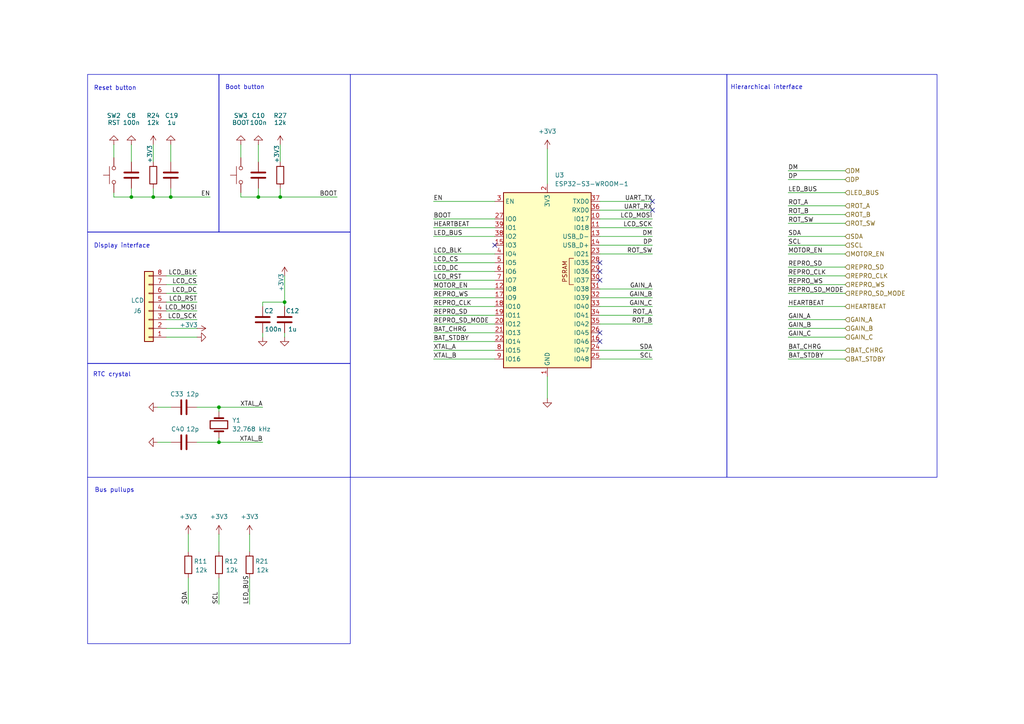
<source format=kicad_sch>
(kicad_sch (version 20250114) (generator "eeschema") (generator_version "9.0")
  (paper "A4")
  (title_block (title "Dummy button") (date "2025-04-23") (rev "v0.1"))
  (lib_symbols
    (symbol "+3V3_1" (power) (pin_numbers (hide yes)) (pin_names (offset 0) (hide yes))
      (property "Value" "+3V3" (at 0 3.556 0))
      (symbol "+3V3_1_0_1"
        (polyline (pts (xy -0.762 1.27) (xy 0 2.54)))
        (polyline (pts (xy 0 2.54) (xy 0.762 1.27)))
        (polyline (pts (xy 0 0) (xy 0 2.54)))
      )
      (symbol "+3V3_1_1_1"
        (pin power_in line (at 0 0 90) (length 0) (name "~") (number "1"))
      )
    )
    (symbol "Connector_Generic:Conn_01x08" (pin_names (offset 1.016) (hide yes))
      (property "Reference" "J" (at 0 10.16 0))
      (property "Value" "Conn_01x08" (at 0 -12.7 0))
      (symbol "Conn_01x08_1_1"
        (rectangle (start -1.27 8.89) (end 1.27 -11.43) (stroke (width 0.254)) (fill (type background)))
        (rectangle (start -1.27 7.747) (end 0 7.493) (stroke (width 0.1524)))
        (rectangle (start -1.27 5.207) (end 0 4.953) (stroke (width 0.1524)))
        (rectangle (start -1.27 2.667) (end 0 2.413) (stroke (width 0.1524)))
        (rectangle (start -1.27 0.127) (end 0 -0.127) (stroke (width 0.1524)))
        (rectangle (start -1.27 -2.413) (end 0 -2.667) (stroke (width 0.1524)))
        (rectangle (start -1.27 -4.953) (end 0 -5.207) (stroke (width 0.1524)))
        (rectangle (start -1.27 -7.493) (end 0 -7.747) (stroke (width 0.1524)))
        (rectangle (start -1.27 -10.033) (end 0 -10.287) (stroke (width 0.1524)))
        (pin passive line (at -5.08 7.62 0) (length 3.81) (name "Pin_1") (number "1"))
        (pin passive line (at -5.08 5.08 0) (length 3.81) (name "Pin_2") (number "2"))
        (pin passive line (at -5.08 2.54 0) (length 3.81) (name "Pin_3") (number "3"))
        (pin passive line (at -5.08 0 0) (length 3.81) (name "Pin_4") (number "4"))
        (pin passive line (at -5.08 -2.54 0) (length 3.81) (name "Pin_5") (number "5"))
        (pin passive line (at -5.08 -5.08 0) (length 3.81) (name "Pin_6") (number "6"))
        (pin passive line (at -5.08 -7.62 0) (length 3.81) (name "Pin_7") (number "7"))
        (pin passive line (at -5.08 -10.16 0) (length 3.81) (name "Pin_8") (number "8"))
      )
    )
    (symbol "Device:C" (pin_numbers (hide yes)) (pin_names (offset 0.254))
      (property "Reference" "C" (at 0.635 2.54 0))
      (property "Value" "C" (at 0.635 -2.54 0))
      (symbol "C_0_1"
        (polyline (pts (xy -2.032 0.762) (xy 2.032 0.762)) (stroke (width 0.508)))
        (polyline (pts (xy -2.032 -0.762) (xy 2.032 -0.762)) (stroke (width 0.508)))
      )
      (symbol "C_1_1"
        (pin passive line (at 0 3.81 270) (length 2.794) (name "~") (number "1"))
        (pin passive line (at 0 -3.81 90) (length 2.794) (name "~") (number "2"))
      )
    )
    (symbol "Device:Crystal" (pin_numbers (hide yes)) (pin_names (offset 1.016) (hide yes))
      (property "Reference" "Y" (at 0 3.81 0))
      (property "Value" "Crystal" (at 0 -3.81 0))
      (symbol "Crystal_0_1"
        (polyline (pts (xy -2.54 0) (xy -1.905 0)))
        (polyline (pts (xy -1.905 -1.27) (xy -1.905 1.27)) (stroke (width 0.508)))
        (rectangle (start -1.143 2.54) (end 1.143 -2.54) (stroke (width 0.3048)))
        (polyline (pts (xy 1.905 -1.27) (xy 1.905 1.27)) (stroke (width 0.508)))
        (polyline (pts (xy 2.54 0) (xy 1.905 0)))
      )
      (symbol "Crystal_1_1"
        (pin passive line (at -3.81 0 0) (length 1.27) (name "1") (number "1"))
        (pin passive line (at 3.81 0 180) (length 1.27) (name "2") (number "2"))
      )
    )
    (symbol "Device:R" (pin_numbers (hide yes)) (pin_names (offset 0))
      (property "Reference" "R" (at 2.032 0 90))
      (property "Value" "R" (at 0 0 90))
      (symbol "R_0_1"
        (rectangle (start -1.016 -2.54) (end 1.016 2.54) (stroke (width 0.254)))
      )
      (symbol "R_1_1"
        (pin passive line (at 0 3.81 270) (length 1.27) (name "~") (number "1"))
        (pin passive line (at 0 -3.81 90) (length 1.27) (name "~") (number "2"))
      )
    )
    (symbol "GND_1" (power) (pin_numbers (hide yes)) (pin_names (offset 0) (hide yes))
      (property "Value" "GND" (at 0 -3.81 0))
      (symbol "GND_1_0_1"
        (polyline (pts (xy 0 0) (xy 0 -1.27) (xy 1.27 -1.27) (xy 0 -2.54) (xy -1.27 -1.27) (xy 0 -1.27)))
      )
      (symbol "GND_1_1_1"
        (pin power_in line (at 0 0 270) (length 0) (name "~") (number "1"))
      )
    )
    (symbol "RF_Module:ESP32-S3-WROOM-1"
      (property "Reference" "U" (at -12.7 26.67 0))
      (property "Value" "ESP32-S3-WROOM-1" (at 12.7 26.67 0))
      (symbol "ESP32-S3-WROOM-1_0_0"
        (rectangle (start -12.7 25.4) (end 12.7 -25.4) (stroke (width 0.254)) (fill (type background)))
        (text "PSRAM" (at 5.08 2.54 900) (effects (font (size 1.27 1.27))))
      )
      (symbol "ESP32-S3-WROOM-1_0_1"
        (polyline (pts (xy 7.62 -1.27) (xy 6.35 -1.27) (xy 6.35 6.35) (xy 7.62 6.35)))
      )
      (symbol "ESP32-S3-WROOM-1_1_1"
        (pin input line (at -15.24 22.86 0) (length 2.54) (name "EN") (number "3"))
        (pin bidirectional line (at -15.24 17.78 0) (length 2.54) (name "IO0") (number "27"))
        (pin bidirectional line (at -15.24 15.24 0) (length 2.54) (name "IO1") (number "39"))
        (pin bidirectional line (at -15.24 12.7 0) (length 2.54) (name "IO2") (number "38"))
        (pin bidirectional line (at -15.24 10.16 0) (length 2.54) (name "IO3") (number "15"))
        (pin bidirectional line (at -15.24 7.62 0) (length 2.54) (name "IO4") (number "4"))
        (pin bidirectional line (at -15.24 5.08 0) (length 2.54) (name "IO5") (number "5"))
        (pin bidirectional line (at -15.24 2.54 0) (length 2.54) (name "IO6") (number "6"))
        (pin bidirectional line (at -15.24 0 0) (length 2.54) (name "IO7") (number "7"))
        (pin bidirectional line (at -15.24 -2.54 0) (length 2.54) (name "IO8") (number "12"))
        (pin bidirectional line (at -15.24 -5.08 0) (length 2.54) (name "IO9") (number "17"))
        (pin bidirectional line (at -15.24 -7.62 0) (length 2.54) (name "IO10") (number "18"))
        (pin bidirectional line (at -15.24 -10.16 0) (length 2.54) (name "IO11") (number "19"))
        (pin bidirectional line (at -15.24 -12.7 0) (length 2.54) (name "IO12") (number "20"))
        (pin bidirectional line (at -15.24 -15.24 0) (length 2.54) (name "IO13") (number "21"))
        (pin bidirectional line (at -15.24 -17.78 0) (length 2.54) (name "IO14") (number "22"))
        (pin bidirectional line (at -15.24 -20.32 0) (length 2.54) (name "IO15") (number "8"))
        (pin bidirectional line (at -15.24 -22.86 0) (length 2.54) (name "IO16") (number "9"))
        (pin power_in line (at 0 27.94 270) (length 2.54) (name "3V3") (number "2"))
        (pin power_in line (at 0 -27.94 90) (length 2.54) (name "GND") (number "1"))
        (pin passive line (at 0 -27.94 90) (length 2.54) (hide yes) (name "GND") (number "40"))
        (pin passive line (at 0 -27.94 90) (length 2.54) (hide yes) (name "GND") (number "41"))
        (pin bidirectional line (at 15.24 22.86 180) (length 2.54) (name "TXD0") (number "37"))
        (pin bidirectional line (at 15.24 20.32 180) (length 2.54) (name "RXD0") (number "36"))
        (pin bidirectional line (at 15.24 17.78 180) (length 2.54) (name "IO17") (number "10"))
        (pin bidirectional line (at 15.24 15.24 180) (length 2.54) (name "IO18") (number "11"))
        (pin bidirectional line (at 15.24 12.7 180) (length 2.54) (name "USB_D-") (number "13"))
        (pin bidirectional line (at 15.24 10.16 180) (length 2.54) (name "USB_D+") (number "14"))
        (pin bidirectional line (at 15.24 7.62 180) (length 2.54) (name "IO21") (number "23"))
        (pin bidirectional line (at 15.24 5.08 180) (length 2.54) (name "IO35") (number "28"))
        (pin bidirectional line (at 15.24 2.54 180) (length 2.54) (name "IO36") (number "29"))
        (pin bidirectional line (at 15.24 0 180) (length 2.54) (name "IO37") (number "30"))
        (pin bidirectional line (at 15.24 -2.54 180) (length 2.54) (name "IO38") (number "31"))
        (pin bidirectional line (at 15.24 -5.08 180) (length 2.54) (name "IO39") (number "32"))
        (pin bidirectional line (at 15.24 -7.62 180) (length 2.54) (name "IO40") (number "33"))
        (pin bidirectional line (at 15.24 -10.16 180) (length 2.54) (name "IO41") (number "34"))
        (pin bidirectional line (at 15.24 -12.7 180) (length 2.54) (name "IO42") (number "35"))
        (pin bidirectional line (at 15.24 -15.24 180) (length 2.54) (name "IO45") (number "26"))
        (pin bidirectional line (at 15.24 -17.78 180) (length 2.54) (name "IO46") (number "16"))
        (pin bidirectional line (at 15.24 -20.32 180) (length 2.54) (name "IO47") (number "24"))
        (pin bidirectional line (at 15.24 -22.86 180) (length 2.54) (name "IO48") (number "25"))
      )
    )
    (symbol "Switch:SW_Push" (pin_numbers (hide yes)) (pin_names (offset 1.016) (hide yes))
      (property "Reference" "SW" (at 1.27 2.54 0))
      (property "Value" "SW_Push" (at 0 -1.524 0))
      (symbol "SW_Push_0_1"
        (circle (center -2.032 0) (radius 0.508))
        (polyline (pts (xy 0 1.27) (xy 0 3.048)))
        (circle (center 2.032 0) (radius 0.508))
        (polyline (pts (xy 2.54 1.27) (xy -2.54 1.27)))
        (pin passive line (at -5.08 0 0) (length 2.54) (name "1") (number "1"))
        (pin passive line (at 5.08 0 180) (length 2.54) (name "2") (number "2"))
      )
    )
  )
  (rectangle (start 63.5 21.59) (end 101.6 67.31))
  (rectangle (start 25.4 138.43) (end 101.6 186.69))
  (rectangle (start 25.4 21.59) (end 63.5 67.31))
  (rectangle (start 210.82 21.59) (end 271.78 138.43))
  (rectangle (start 25.4 67.31) (end 101.6 105.41))
  (rectangle (start 101.6 21.59) (end 210.82 138.43))
  (rectangle (start 25.4 105.41) (end 101.6 138.43))
  (text "RTC crystal" (at 26.924 108.712 0) (effects (font (size 1.27 1.27)) (justify left)))
  (text "Reset button" (at 27.178 25.654 0) (effects (font (size 1.27 1.27)) (justify left)))
  (text "Bus pullups" (at 27.432 142.24 0) (effects (font (size 1.27 1.27)) (justify left)))
  (text "Display interface" (at 27.178 71.374 0) (effects (font (size 1.27 1.27)) (justify left)))
  (text "Boot button" (at 65.278 25.4 0) (effects (font (size 1.27 1.27)) (justify left)))
  (text "Hierarchical interface" (at 211.836 25.4 0) (effects (font (size 1.27 1.27)) (justify left)))
  (junction (at 44.45 57.15))
  (junction (at 38.1 57.15))
  (junction (at 81.28 57.15))
  (junction (at 63.5 128.27))
  (junction (at 63.5 118.11))
  (junction (at 82.55 87.63))
  (junction (at 49.53 57.15))
  (junction (at 74.93 57.15))
  (no_connect (at 189.23 58.42))
  (no_connect (at 143.51 71.12))
  (no_connect (at 173.99 81.28))
  (no_connect (at 173.99 78.74))
  (no_connect (at 173.99 96.52))
  (no_connect (at 173.99 76.2))
  (no_connect (at 173.99 99.06))
  (no_connect (at 189.23 60.96))
  (wire (pts (xy 125.73 99.06) (xy 143.51 99.06)))
  (wire (pts (xy 33.02 41.91) (xy 33.02 45.72)))
  (wire (pts (xy 48.26 97.79) (xy 57.15 97.79)))
  (wire (pts (xy 158.75 109.22) (xy 158.75 115.57)))
  (wire (pts (xy 228.6 68.58) (xy 245.11 68.58)))
  (wire (pts (xy 173.99 83.82) (xy 189.23 83.82)))
  (wire (pts (xy 63.5 154.94) (xy 63.5 160.02)))
  (wire (pts (xy 228.6 77.47) (xy 245.11 77.47)))
  (wire (pts (xy 228.6 64.77) (xy 245.11 64.77)))
  (wire (pts (xy 125.73 73.66) (xy 143.51 73.66)))
  (wire (pts (xy 125.73 63.5) (xy 143.51 63.5)))
  (wire (pts (xy 228.6 59.69) (xy 245.11 59.69)))
  (wire (pts (xy 228.6 73.66) (xy 245.11 73.66)))
  (wire (pts (xy 74.93 54.61) (xy 74.93 57.15)))
  (wire (pts (xy 63.5 167.64) (xy 63.5 175.26)))
  (wire (pts (xy 189.23 63.5) (xy 173.99 63.5)))
  (wire (pts (xy 33.02 57.15) (xy 38.1 57.15)))
  (wire (pts (xy 228.6 82.55) (xy 245.11 82.55)))
  (wire (pts (xy 38.1 57.15) (xy 44.45 57.15)))
  (wire (pts (xy 76.2 87.63) (xy 76.2 88.9)))
  (wire (pts (xy 76.2 97.79) (xy 76.2 96.52)))
  (wire (pts (xy 173.99 101.6) (xy 189.23 101.6)))
  (wire (pts (xy 173.99 93.98) (xy 189.23 93.98)))
  (wire (pts (xy 45.72 118.11) (xy 49.53 118.11)))
  (wire (pts (xy 44.45 46.99) (xy 44.45 41.91)))
  (wire (pts (xy 173.99 58.42) (xy 189.23 58.42)))
  (wire (pts (xy 48.26 80.01) (xy 57.15 80.01)))
  (wire (pts (xy 228.6 92.71) (xy 245.11 92.71)))
  (wire (pts (xy 81.28 57.15) (xy 97.79 57.15)))
  (wire (pts (xy 228.6 80.01) (xy 245.11 80.01)))
  (wire (pts (xy 69.85 57.15) (xy 74.93 57.15)))
  (wire (pts (xy 228.6 85.09) (xy 245.11 85.09)))
  (wire (pts (xy 228.6 95.25) (xy 245.11 95.25)))
  (wire (pts (xy 173.99 68.58) (xy 189.23 68.58)))
  (wire (pts (xy 45.72 128.27) (xy 49.53 128.27)))
  (wire (pts (xy 228.6 97.79) (xy 245.11 97.79)))
  (wire (pts (xy 49.53 57.15) (xy 60.96 57.15)))
  (wire (pts (xy 125.73 68.58) (xy 143.51 68.58)))
  (wire (pts (xy 82.55 96.52) (xy 82.55 97.79)))
  (wire (pts (xy 72.39 167.64) (xy 72.39 175.26)))
  (wire (pts (xy 173.99 104.14) (xy 189.23 104.14)))
  (wire (pts (xy 76.2 87.63) (xy 82.55 87.63)))
  (wire (pts (xy 173.99 86.36) (xy 189.23 86.36)))
  (wire (pts (xy 69.85 55.88) (xy 69.85 57.15)))
  (wire (pts (xy 125.73 81.28) (xy 143.51 81.28)))
  (wire (pts (xy 38.1 41.91) (xy 38.1 46.99)))
  (wire (pts (xy 125.73 86.36) (xy 143.51 86.36)))
  (wire (pts (xy 125.73 104.14) (xy 143.51 104.14)))
  (wire (pts (xy 54.61 154.94) (xy 54.61 160.02)))
  (wire (pts (xy 143.51 83.82) (xy 125.73 83.82)))
  (wire (pts (xy 125.73 58.42) (xy 143.51 58.42)))
  (wire (pts (xy 125.73 76.2) (xy 143.51 76.2)))
  (wire (pts (xy 38.1 54.61) (xy 38.1 57.15)))
  (wire (pts (xy 125.73 96.52) (xy 143.51 96.52)))
  (wire (pts (xy 48.26 95.25) (xy 57.15 95.25)))
  (wire (pts (xy 48.26 82.55) (xy 57.15 82.55)))
  (wire (pts (xy 228.6 52.07) (xy 245.11 52.07)))
  (wire (pts (xy 74.93 41.91) (xy 74.93 46.99)))
  (wire (pts (xy 228.6 49.53) (xy 245.11 49.53)))
  (wire (pts (xy 63.5 118.11) (xy 63.5 119.38)))
  (wire (pts (xy 54.61 167.64) (xy 54.61 175.26)))
  (wire (pts (xy 48.26 90.17) (xy 57.15 90.17)))
  (wire (pts (xy 173.99 73.66) (xy 189.23 73.66)))
  (wire (pts (xy 81.28 54.61) (xy 81.28 57.15)))
  (wire (pts (xy 44.45 57.15) (xy 49.53 57.15)))
  (wire (pts (xy 228.6 55.88) (xy 245.11 55.88)))
  (wire (pts (xy 81.28 46.99) (xy 81.28 41.91)))
  (wire (pts (xy 49.53 41.91) (xy 49.53 46.99)))
  (wire (pts (xy 158.75 43.18) (xy 158.75 53.34)))
  (wire (pts (xy 72.39 154.94) (xy 72.39 160.02)))
  (wire (pts (xy 228.6 101.6) (xy 245.11 101.6)))
  (wire (pts (xy 44.45 54.61) (xy 44.45 57.15)))
  (wire (pts (xy 57.15 128.27) (xy 63.5 128.27)))
  (wire (pts (xy 173.99 88.9) (xy 189.23 88.9)))
  (wire (pts (xy 125.73 101.6) (xy 143.51 101.6)))
  (wire (pts (xy 76.2 128.27) (xy 63.5 128.27)))
  (wire (pts (xy 82.55 87.63) (xy 82.55 88.9)))
  (wire (pts (xy 48.26 85.09) (xy 57.15 85.09)))
  (wire (pts (xy 48.26 87.63) (xy 57.15 87.63)))
  (wire (pts (xy 76.2 118.11) (xy 63.5 118.11)))
  (wire (pts (xy 69.85 41.91) (xy 69.85 45.72)))
  (wire (pts (xy 173.99 71.12) (xy 189.23 71.12)))
  (wire (pts (xy 82.55 80.01) (xy 82.55 87.63)))
  (wire (pts (xy 173.99 91.44) (xy 189.23 91.44)))
  (wire (pts (xy 228.6 71.12) (xy 245.11 71.12)))
  (wire (pts (xy 49.53 54.61) (xy 49.53 57.15)))
  (wire (pts (xy 57.15 118.11) (xy 63.5 118.11)))
  (wire (pts (xy 125.73 66.04) (xy 143.51 66.04)))
  (wire (pts (xy 228.6 104.14) (xy 245.11 104.14)))
  (wire (pts (xy 74.93 57.15) (xy 81.28 57.15)))
  (wire (pts (xy 228.6 62.23) (xy 245.11 62.23)))
  (wire (pts (xy 189.23 66.04) (xy 173.99 66.04)))
  (wire (pts (xy 125.73 93.98) (xy 143.51 93.98)))
  (wire (pts (xy 125.73 78.74) (xy 143.51 78.74)))
  (wire (pts (xy 228.6 88.9) (xy 245.11 88.9)))
  (wire (pts (xy 173.99 60.96) (xy 189.23 60.96)))
  (wire (pts (xy 63.5 128.27) (xy 63.5 127)))
  (wire (pts (xy 33.02 55.88) (xy 33.02 57.15)))
  (wire (pts (xy 125.73 88.9) (xy 143.51 88.9)))
  (wire (pts (xy 48.26 92.71) (xy 57.15 92.71)))
  (wire (pts (xy 125.73 91.44) (xy 143.51 91.44)))
  (label "REPRO_SD_MODE" (at 228.6 85.09 0))
  (label "LCD_CS" (at 57.15 82.55 180))
  (label "REPRO_SD" (at 228.6 77.47 0))
  (label "ROT_B" (at 189.23 93.98 180))
  (label "SDA" (at 54.61 175.26 90))
  (label "LCD_SCK" (at 57.15 92.71 180))
  (label "DM" (at 228.6 49.53 0))
  (label "LCD_CS" (at 125.73 76.2 0))
  (label "SDA" (at 189.23 101.6 180))
  (label "DM" (at 189.23 68.58 180))
  (label "XTAL_B" (at 76.2 128.27 180))
  (label "XTAL_A" (at 76.2 118.11 180))
  (label "LED_BUS" (at 125.73 68.58 0))
  (label "MOTOR_EN" (at 228.6 73.66 0))
  (label "MOTOR_EN" (at 125.73 83.82 0))
  (label "LED_BUS" (at 228.6 55.88 0))
  (label "HEARTBEAT" (at 228.6 88.9 0))
  (label "GAIN_A" (at 228.6 92.71 0))
  (label "GAIN_A" (at 189.23 83.82 180))
  (label "ROT_B" (at 228.6 62.23 0))
  (label "REPRO_CLK" (at 125.73 88.9 0))
  (label "LCD_RST" (at 125.73 81.28 0))
  (label "GAIN_C" (at 189.23 88.9 180))
  (label "EN" (at 125.73 58.42 0))
  (label "ROT_A" (at 189.23 91.44 180))
  (label "REPRO_WS" (at 125.73 86.36 0))
  (label "SCL" (at 189.23 104.14 180))
  (label "DP" (at 189.23 71.12 180))
  (label "ROT_SW" (at 228.6 64.77 0))
  (label "HEARTBEAT" (at 125.73 66.04 0))
  (label "XTAL_A" (at 125.73 101.6 0))
  (label "LCD_DC" (at 125.73 78.74 0))
  (label "LCD_BLK" (at 125.73 73.66 0))
  (label "XTAL_B" (at 125.73 104.14 0))
  (label "GAIN_C" (at 228.6 97.79 0))
  (label "GAIN_B" (at 189.23 86.36 180))
  (label "BAT_STDBY" (at 228.6 104.14 0))
  (label "SCL" (at 228.6 71.12 0))
  (label "ROT_SW" (at 189.23 73.66 180))
  (label "BOOT" (at 125.73 63.5 0))
  (label "LCD_DC" (at 57.15 85.09 180))
  (label "LED_BUS" (at 72.39 175.26 90))
  (label "REPRO_WS" (at 228.6 82.55 0))
  (label "DP" (at 228.6 52.07 0))
  (label "REPRO_SD" (at 125.73 91.44 0))
  (label "ROT_A" (at 228.6 59.69 0))
  (label "UART_RX" (at 189.23 60.96 180))
  (label "BOOT" (at 97.79 57.15 180))
  (label "LCD_MOSI" (at 57.15 90.17 180))
  (label "SCL" (at 63.5 175.26 90))
  (label "LCD_BLK" (at 57.15 80.01 180))
  (label "LCD_RST" (at 57.15 87.63 180))
  (label "LCD_SCK" (at 189.23 66.04 180))
  (label "BAT_CHRG" (at 228.6 101.6 0))
  (label "UART_TX" (at 189.23 58.42 180))
  (label "SDA" (at 228.6 68.58 0))
  (label "BAT_CHRG" (at 125.73 96.52 0))
  (label "LCD_MOSI" (at 189.23 63.5 180))
  (label "EN" (at 60.96 57.15 180))
  (label "REPRO_SD_MODE" (at 125.73 93.98 0))
  (label "REPRO_CLK" (at 228.6 80.01 0))
  (label "GAIN_B" (at 228.6 95.25 0))
  (label "BAT_STDBY" (at 125.73 99.06 0))
  (hierarchical_label "BAT_STDBY" (shape input) (at 245.11 104.14 0))
  (hierarchical_label "GAIN_A" (shape input) (at 245.11 92.71 0))
  (hierarchical_label "SCL" (shape input) (at 245.11 71.12 0))
  (hierarchical_label "GAIN_C" (shape input) (at 245.11 97.79 0))
  (hierarchical_label "ROT_B" (shape input) (at 245.11 62.23 0))
  (hierarchical_label "DM" (shape input) (at 245.11 49.53 0))
  (hierarchical_label "ROT_A" (shape input) (at 245.11 59.69 0))
  (hierarchical_label "REPRO_CLK" (shape input) (at 245.11 80.01 0))
  (hierarchical_label "DP" (shape input) (at 245.11 52.07 0))
  (hierarchical_label "HEARTBEAT" (shape input) (at 245.11 88.9 0))
  (hierarchical_label "LED_BUS" (shape input) (at 245.11 55.88 0))
  (hierarchical_label "REPRO_SD" (shape input) (at 245.11 77.47 0))
  (hierarchical_label "MOTOR_EN" (shape input) (at 245.11 73.66 0))
  (hierarchical_label "SDA" (shape input) (at 245.11 68.58 0))
  (hierarchical_label "REPRO_SD_MODE" (shape input) (at 245.11 85.09 0))
  (hierarchical_label "ROT_SW" (shape input) (at 245.11 64.77 0))
  (hierarchical_label "REPRO_WS" (shape input) (at 245.11 82.55 0))
  (hierarchical_label "BAT_CHRG" (shape input) (at 245.11 101.6 0))
  (hierarchical_label "GAIN_B" (shape input) (at 245.11 95.25 0))
  (symbol (lib_id "Device:R") (at 44.45 50.8 0) (unit 1)
    (property "Reference" "R24" (at 44.45 33.528 0))
    (property "Value" "12k" (at 44.45 35.56 0))
    (property "Footprint" "Resistor_SMD:R_0603_1608Metric_Pad0.98x0.95mm_HandSolder" (effects (hide yes)))
    (property "LCSC" "C22790" (effects (hide yes)))
  )
  (symbol (lib_name "+3V3_1") (lib_id "power:+3V3") (at 72.39 154.94 0) (unit 1)
    (property "Reference" "#PWR050" (effects (hide yes)))
    (property "Value" "+3V3" (at 72.39 149.86 0))
    (property "Description" "Power symbol creates a global label with name \"+3V3\"" (effects (hide yes)))
  )
  (symbol (lib_id "Device:C") (at 74.93 50.8 180) (unit 1)
    (property "Reference" "C10" (at 74.93 33.528 0))
    (property "Value" "100n" (at 74.93 35.56 0))
    (property "Footprint" "Capacitor_SMD:C_0603_1608Metric_Pad1.08x0.95mm_HandSolder" (effects (hide yes)))
    (property "LCSC" "C14663" (effects (hide yes)))
  )
  (symbol (lib_name "+3V3_1") (lib_id "power:+3V3") (at 158.75 43.18 0) (unit 1)
    (property "Reference" "#PWR0104" (effects (hide yes)))
    (property "Value" "+3V3" (at 158.75 38.1 0))
    (property "Description" "Power symbol creates a global label with name \"+3V3\"" (effects (hide yes)))
  )
  (symbol (lib_name "+3V3_1") (lib_id "power:+3V3") (at 54.61 154.94 0) (unit 1)
    (property "Reference" "#PWR031" (effects (hide yes)))
    (property "Value" "+3V3" (at 54.61 149.86 0))
    (property "Description" "Power symbol creates a global label with name \"+3V3\"" (effects (hide yes)))
  )
  (symbol (lib_id "Device:R") (at 72.39 163.83 0) (unit 1)
    (property "Reference" "R21" (at 75.946 162.814 0))
    (property "Value" "12k" (at 76.2 165.354 0))
    (property "Footprint" "Resistor_SMD:R_0603_1608Metric_Pad0.98x0.95mm_HandSolder" (effects (hide yes)))
    (property "LCSC" "C22790" (effects (hide yes)))
  )
  (symbol (lib_id "RF_Module:ESP32-S3-WROOM-1") (at 158.75 81.28 0) (unit 1)
    (property "Reference" "U3" (at 160.8933 50.8 0) (effects (justify left)))
    (property "Value" "ESP32-S3-WROOM-1" (at 160.8933 53.34 0) (effects (justify left)))
    (property "Footprint" "RF_Module:ESP32-S3-WROOM-1" (effects (hide yes)))
    (property "Datasheet" "https://www.espressif.com/sites/default/files/documentation/esp32-s3-wroom-1_wroom-1u_datasheet_en.pdf" (effects (hide yes)))
    (property "Description" "RF Module, ESP32-S3 SoC, Wi-Fi 802.11b/g/n, Bluetooth, BLE, 32-bit, 3.3V, onboard antenna, SMD" (effects (hide yes)))
  )
  (symbol (lib_id "Device:Crystal") (at 63.5 123.19 90) (unit 1)
    (property "Reference" "Y1" (at 67.31 121.9199 90) (effects (justify right)))
    (property "Value" "32.768 kHz" (at 67.31 124.4599 90) (effects (justify right)))
    (property "Footprint" "Crystal:Crystal_SMD_3215-2Pin_3.2x1.5mm" (effects (hide yes)))
    (property "Description" "Two pin crystal" (effects (hide yes)))
    (property "LCSC" "C32346" (effects (hide yes)))
  )
  (symbol (lib_name "GND_1") (lib_id "power:GND") (at 49.53 41.91 0) (mirror x) (unit 1)
    (property "Reference" "#PWR0109" (effects (hide yes)))
    (property "Value" "GND" (effects (hide yes)))
    (property "Description" "Power symbol creates a global label with name \"GND\" , ground" (effects (hide yes)))
  )
  (symbol (lib_name "GND_1") (lib_id "power:GND") (at 76.2 97.79 0) (unit 1)
    (property "Reference" "#PWR027" (effects (hide yes)))
    (property "Value" "GND" (effects (hide yes)))
    (property "Description" "Power symbol creates a global label with name \"GND\" , ground" (effects (hide yes)))
  )
  (symbol (lib_name "+3V3_1") (lib_id "power:+3V3") (at 57.15 95.25 270) (mirror x) (unit 1)
    (property "Reference" "#PWR094" (effects (hide yes)))
    (property "Value" "+3V3" (at 52.07 94.234 90) (effects (justify left)))
    (property "Description" "Power symbol creates a global label with name \"+3V3\"" (effects (hide yes)))
  )
  (symbol (lib_name "+3V3_1") (lib_id "power:+3V3") (at 44.45 41.91 0) (unit 1)
    (property "Reference" "#PWR0108" (effects (hide yes)))
    (property "Value" "+3V3" (at 43.434 44.704 90))
    (property "Description" "Power symbol creates a global label with name \"+3V3\"" (effects (hide yes)))
  )
  (symbol (lib_id "Device:C") (at 53.34 128.27 90) (unit 1)
    (property "Reference" "C40" (at 51.562 124.46 90))
    (property "Value" "12p" (at 55.88 124.46 90))
    (property "Footprint" "Capacitor_SMD:C_0603_1608Metric_Pad1.08x0.95mm_HandSolder" (effects (hide yes)))
    (property "LCSC" "C38523" (effects (hide yes)))
  )
  (symbol (lib_id "Connector_Generic:Conn_01x08") (at 43.18 90.17 180) (unit 1)
    (property "Reference" "J6" (at 39.878 90.17 0))
    (property "Value" "LCD" (at 39.878 87.122 0))
    (property "Footprint" "Connector_JST:JST_PH_B8B-PH-K_1x08_P2.00mm_Vertical" (effects (hide yes)))
    (property "Description" "Generic connector, single row, 01x08, script generated (kicad-library-utils/schlib/autogen/connector/)" (effects (hide yes)))
  )
  (symbol (lib_name "GND_1") (lib_id "power:GND") (at 45.72 118.11 270) (mirror x) (unit 1)
    (property "Reference" "#PWR0107" (effects (hide yes)))
    (property "Value" "GND" (effects (hide yes)))
    (property "Description" "Power symbol creates a global label with name \"GND\" , ground" (effects (hide yes)))
  )
  (symbol (lib_name "GND_1") (lib_id "power:GND") (at 82.55 97.79 0) (unit 1)
    (property "Reference" "#PWR028" (effects (hide yes)))
    (property "Value" "GND" (effects (hide yes)))
    (property "Description" "Power symbol creates a global label with name \"GND\" , ground" (effects (hide yes)))
  )
  (symbol (lib_id "Device:C") (at 76.2 92.71 180) (unit 1)
    (property "Reference" "C2" (at 77.978 90.17 0))
    (property "Value" "100n" (at 79.248 95.504 0))
    (property "Footprint" "Capacitor_SMD:C_0603_1608Metric_Pad1.08x0.95mm_HandSolder" (effects (hide yes)))
    (property "LCSC" "C14663" (effects (hide yes)))
  )
  (symbol (lib_id "Device:C") (at 38.1 50.8 180) (unit 1)
    (property "Reference" "C8" (at 38.1 33.528 0))
    (property "Value" "100n" (at 38.1 35.56 0))
    (property "Footprint" "Capacitor_SMD:C_0603_1608Metric_Pad1.08x0.95mm_HandSolder" (effects (hide yes)))
    (property "LCSC" "C14663" (effects (hide yes)))
  )
  (symbol (lib_name "GND_1") (lib_id "power:GND") (at 57.15 97.79 90) (mirror x) (unit 1)
    (property "Reference" "#PWR023" (effects (hide yes)))
    (property "Value" "GND" (effects (hide yes)))
    (property "Description" "Power symbol creates a global label with name \"GND\" , ground" (effects (hide yes)))
  )
  (symbol (lib_id "Device:C") (at 53.34 118.11 90) (unit 1)
    (property "Reference" "C33" (at 51.308 114.3 90))
    (property "Value" "12p" (at 55.88 114.3 90))
    (property "Footprint" "Capacitor_SMD:C_0603_1608Metric_Pad1.08x0.95mm_HandSolder" (effects (hide yes)))
    (property "LCSC" "C38523" (effects (hide yes)))
  )
  (symbol (lib_id "Device:R") (at 54.61 163.83 0) (unit 1)
    (property "Reference" "R11" (at 58.166 162.814 0))
    (property "Value" "12k" (at 58.42 165.354 0))
    (property "Footprint" "Resistor_SMD:R_0603_1608Metric_Pad0.98x0.95mm_HandSolder" (effects (hide yes)))
    (property "LCSC" "C22790" (effects (hide yes)))
  )
  (symbol (lib_name "GND_1") (lib_id "power:GND") (at 33.02 41.91 0) (mirror x) (unit 1)
    (property "Reference" "#PWR0110" (effects (hide yes)))
    (property "Value" "GND" (effects (hide yes)))
    (property "Description" "Power symbol creates a global label with name \"GND\" , ground" (effects (hide yes)))
  )
  (symbol (lib_name "GND_1") (lib_id "power:GND") (at 45.72 128.27 270) (mirror x) (unit 1)
    (property "Reference" "#PWR0106" (effects (hide yes)))
    (property "Value" "GND" (effects (hide yes)))
    (property "Description" "Power symbol creates a global label with name \"GND\" , ground" (effects (hide yes)))
  )
  (symbol (lib_name "+3V3_1") (lib_id "power:+3V3") (at 82.55 80.01 0) (unit 1)
    (property "Reference" "#PWR056" (effects (hide yes)))
    (property "Value" "+3V3" (at 81.534 84.582 90) (effects (justify left)))
    (property "Description" "Power symbol creates a global label with name \"+3V3\"" (effects (hide yes)))
  )
  (symbol (lib_id "Switch:SW_Push") (at 69.85 50.8 90) (unit 1)
    (property "Reference" "SW3" (at 69.85 33.528 90))
    (property "Value" "BOOT" (at 69.85 35.56 90))
    (property "Footprint" "Button_Switch_SMD:SW_SPST_PTS647_Sx38" (effects (hide yes)))
    (property "Description" "Push button switch, generic, two pins" (effects (hide yes)))
  )
  (symbol (lib_id "Device:R") (at 81.28 50.8 0) (unit 1)
    (property "Reference" "R27" (at 81.28 33.528 0))
    (property "Value" "12k" (at 81.28 35.56 0))
    (property "Footprint" "Resistor_SMD:R_0603_1608Metric_Pad0.98x0.95mm_HandSolder" (effects (hide yes)))
    (property "LCSC" "C22790" (effects (hide yes)))
  )
  (symbol (lib_id "Device:C") (at 82.55 92.71 180) (unit 1)
    (property "Reference" "C12" (at 84.836 90.17 0))
    (property "Value" "1u" (at 84.836 95.504 0))
    (property "Footprint" "Capacitor_SMD:C_0603_1608Metric_Pad1.08x0.95mm_HandSolder" (effects (hide yes)))
    (property "LCSC" "C15849" (effects (hide yes)))
  )
  (symbol (lib_name "+3V3_1") (lib_id "power:+3V3") (at 63.5 154.94 0) (unit 1)
    (property "Reference" "#PWR032" (effects (hide yes)))
    (property "Value" "+3V3" (at 63.5 149.86 0))
    (property "Description" "Power symbol creates a global label with name \"+3V3\"" (effects (hide yes)))
  )
  (symbol (lib_name "GND_1") (lib_id "power:GND") (at 69.85 41.91 0) (mirror x) (unit 1)
    (property "Reference" "#PWR0122" (effects (hide yes)))
    (property "Value" "GND" (effects (hide yes)))
    (property "Description" "Power symbol creates a global label with name \"GND\" , ground" (effects (hide yes)))
  )
  (symbol (lib_name "GND_1") (lib_id "power:GND") (at 158.75 115.57 0) (mirror y) (unit 1)
    (property "Reference" "#PWR0105" (effects (hide yes)))
    (property "Value" "GND" (effects (hide yes)))
    (property "Description" "Power symbol creates a global label with name \"GND\" , ground" (effects (hide yes)))
  )
  (symbol (lib_name "+3V3_1") (lib_id "power:+3V3") (at 81.28 41.91 0) (unit 1)
    (property "Reference" "#PWR0124" (effects (hide yes)))
    (property "Value" "+3V3" (at 80.264 44.704 90))
    (property "Description" "Power symbol creates a global label with name \"+3V3\"" (effects (hide yes)))
  )
  (symbol (lib_name "GND_1") (lib_id "power:GND") (at 38.1 41.91 0) (mirror x) (unit 1)
    (property "Reference" "#PWR0111" (effects (hide yes)))
    (property "Value" "GND" (effects (hide yes)))
    (property "Description" "Power symbol creates a global label with name \"GND\" , ground" (effects (hide yes)))
  )
  (symbol (lib_id "Device:R") (at 63.5 163.83 0) (unit 1)
    (property "Reference" "R12" (at 67.056 162.814 0))
    (property "Value" "12k" (at 67.31 165.354 0))
    (property "Footprint" "Resistor_SMD:R_0603_1608Metric_Pad0.98x0.95mm_HandSolder" (effects (hide yes)))
    (property "LCSC" "C22790" (effects (hide yes)))
  )
  (symbol (lib_id "Device:C") (at 49.53 50.8 180) (unit 1)
    (property "Reference" "C19" (at 49.784 33.528 0))
    (property "Value" "1u" (at 49.784 35.56 0))
    (property "Footprint" "Capacitor_SMD:C_0603_1608Metric_Pad1.08x0.95mm_HandSolder" (effects (hide yes)))
    (property "LCSC" "C15849" (effects (hide yes)))
  )
  (symbol (lib_name "GND_1") (lib_id "power:GND") (at 74.93 41.91 0) (mirror x) (unit 1)
    (property "Reference" "#PWR0123" (effects (hide yes)))
    (property "Value" "GND" (effects (hide yes)))
    (property "Description" "Power symbol creates a global label with name \"GND\" , ground" (effects (hide yes)))
  )
  (symbol (lib_id "Switch:SW_Push") (at 33.02 50.8 90) (unit 1)
    (property "Reference" "SW2" (at 33.02 33.528 90))
    (property "Value" "RST" (at 33.02 35.56 90))
    (property "Footprint" "Button_Switch_SMD:SW_SPST_PTS647_Sx38" (effects (hide yes)))
    (property "Description" "Push button switch, generic, two pins" (effects (hide yes)))
  )
)
</source>
